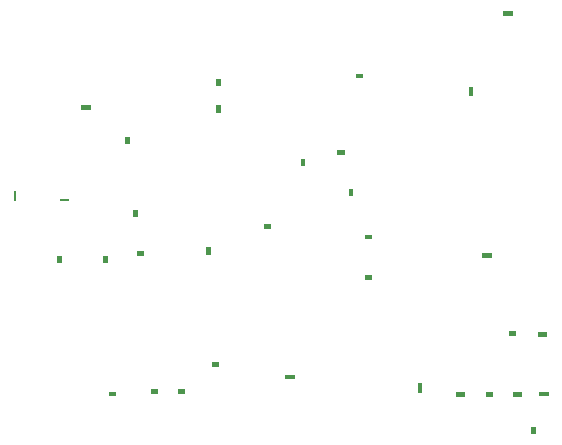
<source format=gbr>
G04 #@! TF.FileFunction,Glue,Top*
%FSLAX46Y46*%
G04 Gerber Fmt 4.6, Leading zero omitted, Abs format (unit mm)*
G04 Created by KiCad (PCBNEW 4.0.0-rc2-stable) date 5/23/2016 2:13:21 PM*
%MOMM*%
G01*
G04 APERTURE LIST*
%ADD10C,0.100000*%
G04 APERTURE END LIST*
D10*
G36*
X155571100Y-88583500D02*
X155571100Y-88183700D01*
X154971100Y-88183700D01*
X154971100Y-88583500D01*
X155571100Y-88583500D01*
G37*
G36*
X150691000Y-95413600D02*
X150291200Y-95413600D01*
X150291200Y-96013600D01*
X150691000Y-96013600D01*
X150691000Y-95413600D01*
G37*
G36*
X143151200Y-91473600D02*
X143551000Y-91473600D01*
X143551000Y-90873600D01*
X143151200Y-90873600D01*
X143151200Y-91473600D01*
G37*
G36*
X143151200Y-89233600D02*
X143551000Y-89233600D01*
X143551000Y-88633600D01*
X143151200Y-88633600D01*
X143151200Y-89233600D01*
G37*
G36*
X154011100Y-95043500D02*
X154011100Y-94643700D01*
X153411100Y-94643700D01*
X153411100Y-95043500D01*
X154011100Y-95043500D01*
G37*
G36*
X136081200Y-100303600D02*
X136481000Y-100303600D01*
X136481000Y-99703600D01*
X136081200Y-99703600D01*
X136081200Y-100303600D01*
G37*
G36*
X147771100Y-101303500D02*
X147771100Y-100903700D01*
X147171100Y-100903700D01*
X147171100Y-101303500D01*
X147771100Y-101303500D01*
G37*
G36*
X142271200Y-103493600D02*
X142671000Y-103493600D01*
X142671000Y-102893600D01*
X142271200Y-102893600D01*
X142271200Y-103493600D01*
G37*
G36*
X166471200Y-103763500D02*
X166471200Y-103363700D01*
X165671000Y-103363700D01*
X165671000Y-103763500D01*
X166471200Y-103763500D01*
G37*
G36*
X155711100Y-101803700D02*
X155711100Y-102203500D01*
X156311100Y-102203500D01*
X156311100Y-101803700D01*
X155711100Y-101803700D01*
G37*
G36*
X156311100Y-105653500D02*
X156311100Y-105253700D01*
X155711100Y-105253700D01*
X155711100Y-105653500D01*
X156311100Y-105653500D01*
G37*
G36*
X154361200Y-98553600D02*
X154761000Y-98553600D01*
X154761000Y-97953600D01*
X154361200Y-97953600D01*
X154361200Y-98553600D01*
G37*
G36*
X129881000Y-98763500D02*
X129881000Y-98963700D01*
X130681200Y-98963700D01*
X130681200Y-98763500D01*
X129881000Y-98763500D01*
G37*
G36*
X126221200Y-98123500D02*
X126021000Y-98123500D01*
X126021000Y-98923700D01*
X126221200Y-98923700D01*
X126221200Y-98123500D01*
G37*
G36*
X135851000Y-93553600D02*
X135451200Y-93553600D01*
X135451200Y-94153600D01*
X135851000Y-94153600D01*
X135851000Y-93553600D01*
G37*
G36*
X131711000Y-90853700D02*
X131711000Y-91253500D01*
X132511200Y-91253500D01*
X132511200Y-90853700D01*
X131711000Y-90853700D01*
G37*
G36*
X143381100Y-113003500D02*
X143381100Y-112603700D01*
X142781100Y-112603700D01*
X142781100Y-113003500D01*
X143381100Y-113003500D01*
G37*
G36*
X137001100Y-103583500D02*
X137001100Y-103183700D01*
X136401100Y-103183700D01*
X136401100Y-103583500D01*
X137001100Y-103583500D01*
G37*
G36*
X148991000Y-113663700D02*
X148991000Y-114063500D01*
X149791200Y-114063500D01*
X149791200Y-113663700D01*
X148991000Y-113663700D01*
G37*
G36*
X160601000Y-114403500D02*
X160201200Y-114403500D01*
X160201200Y-115203700D01*
X160601000Y-115203700D01*
X160601000Y-114403500D01*
G37*
G36*
X164231200Y-115573500D02*
X164231200Y-115173700D01*
X163431000Y-115173700D01*
X163431000Y-115573500D01*
X164231200Y-115573500D01*
G37*
G36*
X168261000Y-115123700D02*
X168261000Y-115523500D01*
X169061200Y-115523500D01*
X169061200Y-115123700D01*
X168261000Y-115123700D01*
G37*
G36*
X170371000Y-110063700D02*
X170371000Y-110463500D01*
X171171200Y-110463500D01*
X171171200Y-110063700D01*
X170371000Y-110063700D01*
G37*
G36*
X168491100Y-110363500D02*
X168491100Y-109963700D01*
X167891100Y-109963700D01*
X167891100Y-110363500D01*
X168491100Y-110363500D01*
G37*
G36*
X170221000Y-118073600D02*
X169821200Y-118073600D01*
X169821200Y-118673600D01*
X170221000Y-118673600D01*
X170221000Y-118073600D01*
G37*
G36*
X165991100Y-115163700D02*
X165991100Y-115563500D01*
X166591100Y-115563500D01*
X166591100Y-115163700D01*
X165991100Y-115163700D01*
G37*
G36*
X164511200Y-90073700D02*
X164911000Y-90073700D01*
X164911000Y-89273500D01*
X164511200Y-89273500D01*
X164511200Y-90073700D01*
G37*
G36*
X168251200Y-83263500D02*
X168251200Y-82863700D01*
X167451000Y-82863700D01*
X167451000Y-83263500D01*
X168251200Y-83263500D01*
G37*
G36*
X138191100Y-115313500D02*
X138191100Y-114913700D01*
X137591100Y-114913700D01*
X137591100Y-115313500D01*
X138191100Y-115313500D01*
G37*
G36*
X129691200Y-104203600D02*
X130091000Y-104203600D01*
X130091000Y-103603600D01*
X129691200Y-103603600D01*
X129691200Y-104203600D01*
G37*
G36*
X140471100Y-115313500D02*
X140471100Y-114913700D01*
X139871100Y-114913700D01*
X139871100Y-115313500D01*
X140471100Y-115313500D01*
G37*
G36*
X133571200Y-104223600D02*
X133971000Y-104223600D01*
X133971000Y-103623600D01*
X133571200Y-103623600D01*
X133571200Y-104223600D01*
G37*
G36*
X134071100Y-115113700D02*
X134071100Y-115513500D01*
X134671100Y-115513500D01*
X134671100Y-115113700D01*
X134071100Y-115113700D01*
G37*
G36*
X171291200Y-115493500D02*
X171291200Y-115093700D01*
X170491000Y-115093700D01*
X170491000Y-115493500D01*
X171291200Y-115493500D01*
G37*
M02*

</source>
